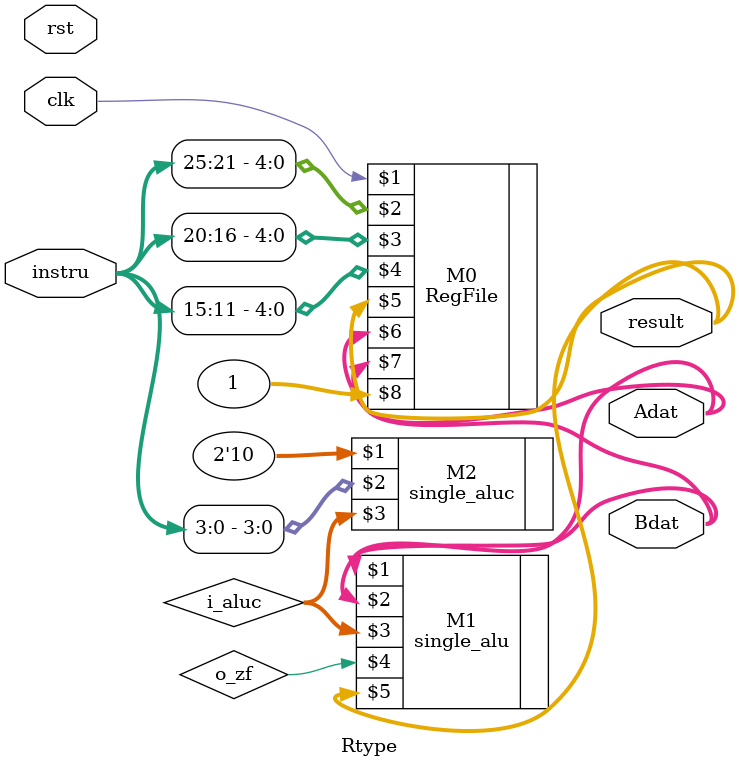
<source format=v>
`timescale 1ns / 1ps
module Rtype(clk, rst, instru, Adat, Bdat, result
    );
    input clk;
    input rst;
    input [31:0] instru;
    output [31:0] result, Adat, Bdat;
	 wire [2:0] i_aluc;
	 RegFile M0(clk, instru[25:21], instru[20:16], instru[15:11], result, Adat, Bdat, 1);
	 single_alu M1(Adat, Bdat, i_aluc, o_zf, result);
	 single_aluc M2(2'b10,instru[3:0],i_aluc);

endmodule

</source>
